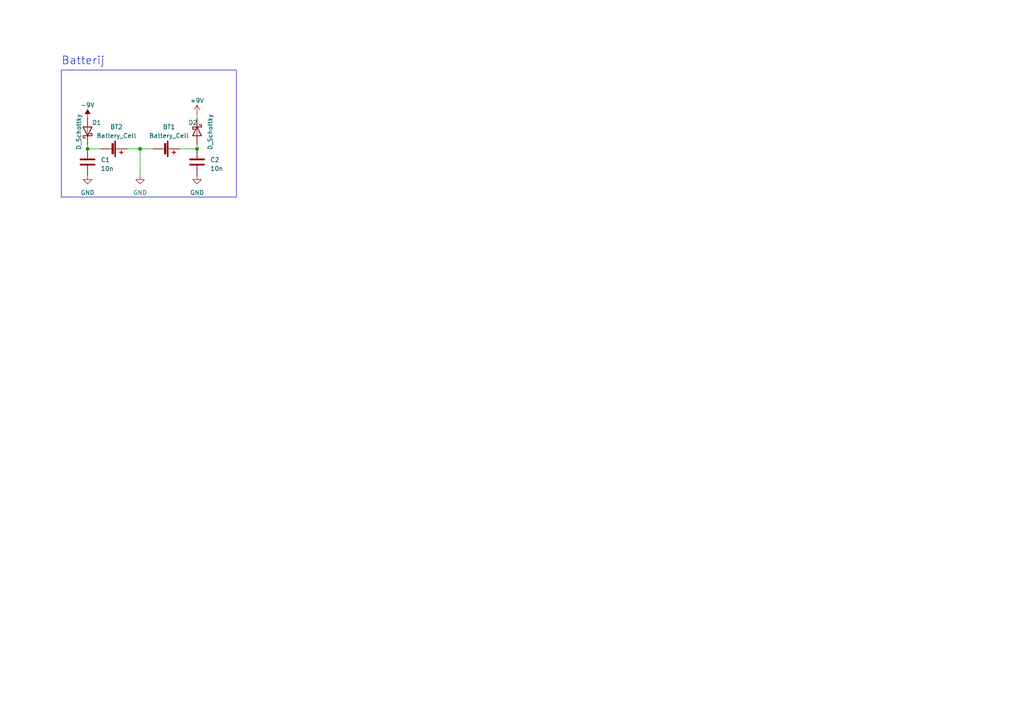
<source format=kicad_sch>
(kicad_sch (version 20230121) (generator eeschema)
  (paper "A4")
  (lib_symbols
    (symbol "Device:Battery_Cell" (pin_numbers hide) (pin_names (offset 0) hide)
      (property "Reference" "BT" (at 2.54 2.54 0))
      (property "Value" "Battery_Cell" (at 2.54 0 0))
      (symbol "Battery_Cell_0_1"
        (rectangle (start -2.286 1.778) (end 2.286 1.524) (fill (type outline)))
        (rectangle (start -1.5748 1.1938) (end 1.4732 0.6858) (fill (type outline)))
        (polyline (pts (xy 0 0.762) (xy 0 0)))
        (polyline (pts (xy 0 1.778) (xy 0 2.54)))
        (polyline (pts (xy 0.508 3.429) (xy 1.524 3.429)) (stroke (width 0.254)))
        (polyline (pts (xy 1.016 3.937) (xy 1.016 2.921)) (stroke (width 0.254)))
      )
      (symbol "Battery_Cell_1_1"
        (pin passive line (at 0 5.08 270) (length 2.54) (name "+") (number "1"))
        (pin passive line (at 0 -2.54 90) (length 2.54) (name "-") (number "2"))
      )
    )
    (symbol "Device:C" (pin_numbers hide) (pin_names (offset 0.254))
      (property "Reference" "C" (at 0.635 2.54 0))
      (property "Value" "C" (at 0.635 -2.54 0))
      (symbol "C_0_1"
        (polyline (pts (xy -2.032 -0.762) (xy 2.032 -0.762)) (stroke (width 0.508)))
        (polyline (pts (xy -2.032 0.762) (xy 2.032 0.762)) (stroke (width 0.508)))
      )
      (symbol "C_1_1"
        (pin passive line (at 0 3.81 270) (length 2.794) (name "~") (number "1"))
        (pin passive line (at 0 -3.81 90) (length 2.794) (name "~") (number "2"))
      )
    )
    (symbol "Device:D_Schottky" (pin_numbers hide) (pin_names (offset 1.016) hide)
      (property "Reference" "D" (at 0 2.54 0))
      (property "Value" "D_Schottky" (at 0 -2.54 0))
      (symbol "D_Schottky_0_1"
        (polyline (pts (xy 1.27 0) (xy -1.27 0)))
        (polyline (pts (xy 1.27 1.27) (xy 1.27 -1.27) (xy -1.27 0) (xy 1.27 1.27)) (stroke (width 0.254)))
        (polyline (pts (xy -1.905 0.635) (xy -1.905 1.27) (xy -1.27 1.27) (xy -1.27 -1.27) (xy -0.635 -1.27) (xy -0.635 -0.635)) (stroke (width 0.254)))
      )
      (symbol "D_Schottky_1_1"
        (pin passive line (at -3.81 0 0) (length 2.54) (name "K") (number "1"))
        (pin passive line (at 3.81 0 180) (length 2.54) (name "A") (number "2"))
      )
    )
    (symbol "power:+9V" (power) (pin_names (offset 0))
      (property "Value" "+9V" (at 0 3.556 0))
      (symbol "+9V_0_1"
        (polyline (pts (xy -0.762 1.27) (xy 0 2.54)))
        (polyline (pts (xy 0 0) (xy 0 2.54)))
        (polyline (pts (xy 0 2.54) (xy 0.762 1.27)))
      )
      (symbol "+9V_1_1"
        (pin power_in line (at 0 0 90) (length 0) hide (name "+9V") (number "1"))
      )
    )
    (symbol "power:-9V" (power) (pin_names (offset 0))
      (property "Value" "-9V" (at 0 3.81 0))
      (symbol "-9V_0_1"
        (polyline (pts (xy 0 0) (xy 0 2.54)))
        (polyline (pts (xy 0.762 1.27) (xy -0.762 1.27) (xy 0 2.54) (xy 0.762 1.27)) (fill (type outline)))
      )
      (symbol "-9V_1_1"
        (pin power_in line (at 0 0 90) (length 0) hide (name "-9V") (number "1"))
      )
    )
    (symbol "power:GND" (power) (pin_names (offset 0))
      (property "Value" "GND" (at 0 -3.81 0))
      (symbol "GND_0_1"
        (polyline (pts (xy 0 0) (xy 0 -1.27) (xy 1.27 -1.27) (xy 0 -2.54) (xy -1.27 -1.27) (xy 0 -1.27)))
      )
      (symbol "GND_1_1"
        (pin power_in line (at 0 0 270) (length 0) hide (name "GND") (number "1"))
      )
    )
  )
  (junction (at 40.64 43.18))
  (junction (at 57.15 43.18))
  (junction (at 25.4 43.18))
  (wire (pts (xy 52.07 43.18) (xy 57.15 43.18)))
  (wire (pts (xy 40.64 43.18) (xy 40.64 50.8)))
  (wire (pts (xy 36.83 43.18) (xy 40.64 43.18)))
  (wire (pts (xy 40.64 43.18) (xy 44.45 43.18)))
  (wire (pts (xy 25.4 41.91) (xy 25.4 43.18)))
  (wire (pts (xy 57.15 33.02) (xy 57.15 34.29)))
  (wire (pts (xy 57.15 41.91) (xy 57.15 43.18)))
  (wire (pts (xy 29.21 43.18) (xy 25.4 43.18)))
  (rectangle (start 17.78 20.32) (end 68.58 57.15))
  (text "Batterij\n" (at 17.78 19.05 0) (effects (font (size 2.27 2.27)) (justify left bottom)))
  (symbol (lib_id "Device:C") (at 57.15 46.99 0) (unit 1)
    (property "Reference" "C2" (at 60.96 46.355 0) (effects (justify left)))
    (property "Value" "10n" (at 60.96 48.895 0) (effects (justify left)))
    (property "Footprint" "Capacitor_SMD:C_0402_1005Metric" (effects hide))
  )
  (symbol (lib_id "power:GND") (at 25.4 50.8 0) (unit 1)
    (property "Reference" "#PWR02" (effects hide))
    (property "Value" "GND" (at 25.4 55.88 0))
  )
  (symbol (lib_id "Device:D_Schottky") (at 25.4 38.1 90) (unit 1)
    (property "Reference" "D1" (at 26.67 35.56 90) (effects (justify right)))
    (property "Value" "D_Schottky" (at 22.86 33.02 0) (effects (justify right)))
    (property "Footprint" "Diode_SMD:D_0402_1005Metric" (effects hide))
  )
  (symbol (lib_id "Device:Battery_Cell") (at 46.99 43.18 270) (unit 1)
    (property "Reference" "BT1" (at 49.022 36.83 90))
    (property "Value" "Battery_Cell" (at 49.022 39.37 90))
    (property "Footprint" "Connector_Wire:SolderWire-0.1sqmm_1x02_P3.6mm_D0.4mm_OD1mm" (effects hide))
    (instances (project "Quest_EMG" (path "" (reference "BT1") (unit 1)) (path "" (reference "BT2") (unit 1))))
  )
  (symbol (lib_id "power:-9V") (at 25.4 34.29 0) (unit 1)
    (property "Reference" "#PWR03" (effects hide))
    (property "Value" "-9V" (at 25.4 30.48 0))
    (instances (project "Quest_EMG" (path "" (reference "#PWR03") (unit 1)) (path "" (reference "#PWR01") (unit 1))))
  )
  (symbol (lib_id "Device:C") (at 25.4 46.99 0) (unit 1)
    (property "Reference" "C1" (at 29.21 46.355 0) (effects (justify left)))
    (property "Value" "10n" (at 29.21 48.895 0) (effects (justify left)))
    (property "Footprint" "Capacitor_SMD:C_0402_1005Metric" (effects hide))
  )
  (symbol (lib_id "power:GND") (at 57.15 50.8 0) (unit 1)
    (property "Reference" "#PWR07" (effects hide))
    (property "Value" "GND" (at 57.15 55.88 0))
  )
  (symbol (lib_id "power:GND") (at 40.64 50.8 0) (unit 1)
    (property "Reference" "#PWR05" (effects hide))
    (property "Value" "GND" (at 40.64 55.88 0))
    (instances (project "Quest_EMG" (path "" (reference "#PWR05") (unit 1)) (path "" (reference "#PWR03") (unit 1))) (project "HARDIMPL" (path "" (reference "#PWR05") (unit 1))))
  )
  (symbol (lib_id "Device:D_Schottky") (at 57.15 38.1 270) (unit 1)
    (property "Reference" "D2" (at 54.61 35.56 90) (effects (justify left)))
    (property "Value" "D_Schottky" (at 60.96 33.02 0) (effects (justify left)))
    (property "Footprint" "Diode_SMD:D_0402_1005Metric" (effects hide))
  )
  (symbol (lib_id "power:+9V") (at 57.15 33.02 0) (unit 1)
    (property "Reference" "#PWR01" (effects hide))
    (property "Value" "+9V" (at 57.15 29.21 0))
    (instances (project "Quest_EMG" (path "" (reference "#PWR01") (unit 1)) (path "" (reference "#PWR05") (unit 1))))
  )
  (symbol (lib_id "Device:Battery_Cell") (at 31.75 43.18 270) (unit 1)
    (property "Reference" "BT2" (at 33.782 36.83 90))
    (property "Value" "Battery_Cell" (at 33.782 39.37 90))
    (property "Footprint" "Connector_Wire:SolderWire-0.1sqmm_1x02_P3.6mm_D0.4mm_OD1mm" (effects hide))
    (instances (project "Quest_EMG" (path "" (reference "BT2") (unit 1)) (path "" (reference "BT1") (unit 1))))
  )
)
</source>
